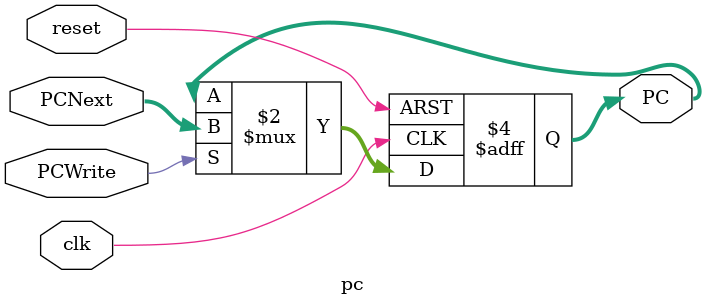
<source format=v>
module pc (
    input clk, reset, PCWrite,
    input [4:0] PCNext,
    output reg [4:0] PC
);

always @(posedge clk or posedge reset) begin
    if (reset)
        PC <= 5'b0;
    else if (PCWrite)
        PC <= PCNext;
end

endmodule
</source>
